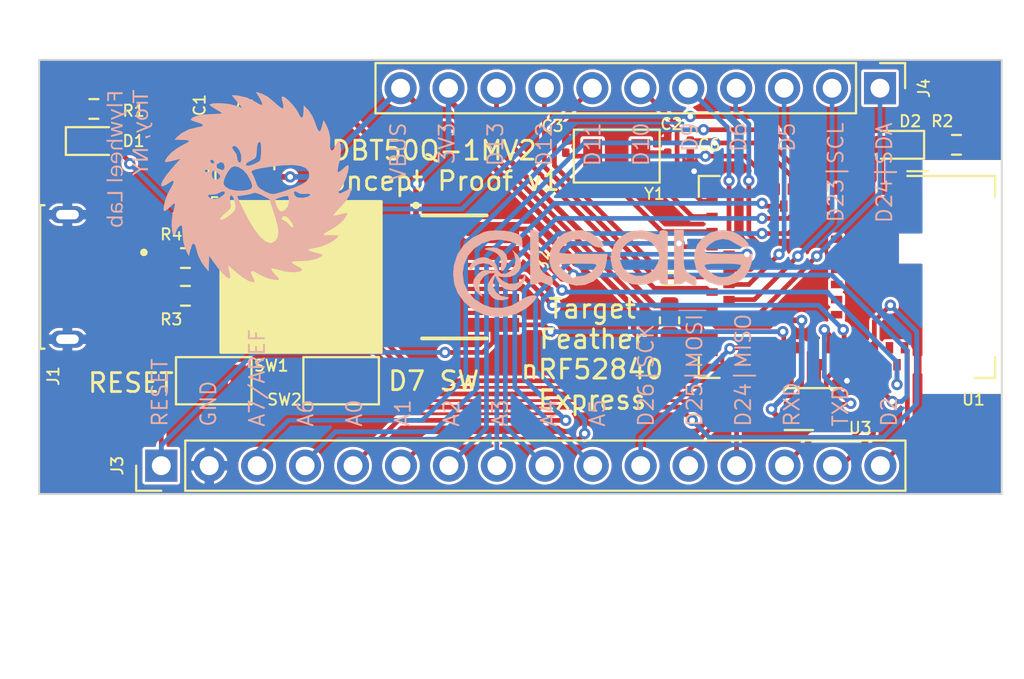
<source format=kicad_pcb>
(kicad_pcb (version 20221018) (generator pcbnew)
  (layers (0 "F.Cu" signal) (31 "B.Cu" signal) (34 "B.Paste" user) (35 "F.Paste" user) (36 "B.SilkS" user "B.Silkscreen") (37 "F.SilkS" user "F.Silkscreen") (38 "B.Mask" user) (39 "F.Mask" user) (44 "Edge.Cuts" user))
  (net 0 "")
  (net 1 "+3.3V")
  (net 2 "GND")
  (net 3 "Net-(U1-XL1{slash}P0.00)")
  (net 4 "Net-(U1-XL2{slash}P0.01)")
  (net 5 "VBUS")
  (net 6 "Net-(D1-K)")
  (net 7 "/D3|LED1")
  (net 8 "Net-(D2-K)")
  (net 9 "/D4|LED2")
  (net 10 "Net-(J1-D-)")
  (net 11 "Net-(J1-D+)")
  (net 13 "/RESET")
  (net 14 "/A7|AREF")
  (net 15 "/A6|VDIV")
  (net 16 "/A0")
  (net 17 "/A1")
  (net 18 "/A2")
  (net 19 "/A3")
  (net 20 "/A4")
  (net 21 "/A5")
  (net 22 "/D26|SCK")
  (net 23 "/D25|MOSI")
  (net 24 "/D24|MISO")
  (net 25 "/RXD")
  (net 26 "/TXD")
  (net 27 "/D2")
  (net 28 "/D22|SDA")
  (net 29 "/D23|SCL")
  (net 30 "/D5")
  (net 31 "/D6")
  (net 32 "/D9")
  (net 33 "/D10")
  (net 34 "/D11")
  (net 35 "/D12")
  (net 36 "/D13")
  (net 37 "Net-(U1-DCCH)")
  (net 38 "/USBD+")
  (net 39 "/USBD-")
  (net 40 "/D7|SWITCH")
  (net 45 "/D8|NEOPIX")
  (net 46 "/QSPI_DATA0")
  (net 47 "/QSPI_SCK")
  (net 48 "/QSPI_DATA3")
  (net 49 "/QSPI_CS")
  (net 50 "/QSPI_DATA2")
  (net 51 "/QSPI_DATA1")
  (net 52 "/SWO")
  (net 53 "/SWDIO")
  (net 55 "/SWCLK")
  (footprint "Resistor_SMD:R_0603_1608Metric" (layer "F.Cu") (at 92.9 79.6)
    (fp_text reference "R1")
    (fp_text value "1K")
  )
  (footprint "Connector_PinHeader_2.54mm:PinHeader_1x11_P2.54mm_Vertical" (layer "F.Cu") (at 134.55 78.5 -90)
    (fp_text reference "J4")
    (fp_text value "Conn_01x11")
  )
  (footprint "Package_TO_SOT_SMD:SOT-23-5" (layer "F.Cu") (at 100.9 82 90)
    (fp_text reference "U2")
    (fp_text value "AP2112K-3.3")
  )
  (footprint "Resistor_SMD:R_0603_1608Metric" (layer "F.Cu") (at 97.75 87.5)
    (fp_text reference "R4")
    (fp_text value "22R")
  )
  (footprint "Capacitor_SMD:C_0201_0603Metric" (layer "F.Cu") (at 123.3 81.6 90)
    (fp_text reference "C2")
    (fp_text value "22pF")
  )
  (footprint "Inductor_SMD:L_0603_1608Metric" (layer "F.Cu") (at 123.4 90.8 90)
    (fp_text reference "L1")
    (fp_text value "DNP")
  )
  (footprint "Capacitor_SMD:C_0201_0603Metric" (layer "F.Cu") (at 100.400001 84.5)
    (fp_text reference "C5")
    (fp_text value "10uF")
  )
  (footprint "Library:TL1017AABF260QG" (layer "F.Cu") (at 106 94 -90)
    (fp_text reference "SW2")
    (fp_text value "SW_Push")
  )
  (footprint "Library:SAMTEC_FTSH-105-01-L-DV-K" (layer "F.Cu") (at 112 88.5 -90)
    (fp_text reference "J2")
    (fp_text value "FTSH-105-01-L-DV-K\n")
  )
  (footprint "Library:AMPHENOL_10118193-0001LF" (layer "F.Cu") (at 91.5 88.5 -90)
    (fp_text reference "J1")
    (fp_text value "USB_B_Micro")
  )
  (footprint "Library:TL1017AABF260QG" (layer "F.Cu") (at 99.25 94 90)
    (fp_text reference "SW1")
    (fp_text value "SW_Push")
  )
  (footprint "Package_SON:SON-8-1EP_3x2mm_P0.5mm_EP1.4x1.6mm" (layer "F.Cu") (at 131 95.5 180)
    (fp_text reference "U3")
    (fp_text value "GD25Q16ETIGR")
  )
  (footprint "RF_Module:Raytac_MDBT50Q" (layer "F.Cu") (at 132.8 88.5 -90)
    (fp_text reference "U1")
    (fp_text value "MDBT50Q-1MV2")
  )
  (footprint "Library:XTAL" (layer "F.Cu") (at 120.6 82.1 -90)
    (fp_text reference "Y1")
    (fp_text value "32.768")
  )
  (footprint "Resistor_SMD:R_0603_1608Metric" (layer "F.Cu") (at 97.75 89.5)
    (fp_text reference "R3")
    (fp_text value "22R")
  )
  (footprint "Connector_PinHeader_2.54mm:PinHeader_1x16_P2.54mm_Vertical" (layer "F.Cu") (at 96.47 98.5 90)
    (fp_text reference "J3")
    (fp_text value "Conn_01x16")
  )
  (footprint "Resistor_SMD:R_0603_1608Metric" (layer "F.Cu") (at 138.6 81.5)
    (fp_text reference "R2")
    (fp_text value "1K")
  )
  (footprint "Capacitor_SMD:C_0201_0603Metric" (layer "F.Cu") (at 99.6 79.5 180)
    (fp_text reference "C4")
    (fp_text value "0.1uF")
  )
  (footprint "LED_SMD:LED_0603_1608Metric" (layer "F.Cu") (at 92.9 81.3)
    (fp_text reference "D1")
    (fp_text value "RED")
  )
  (footprint "Capacitor_SMD:C_0201_0603Metric" (layer "F.Cu") (at 98.65 80.75 90)
    (fp_text reference "C1")
    (fp_text value "10uF")
  )
  (footprint "Capacitor_SMD:C_0201_0603Metric" (layer "F.Cu") (at 124.5 81.6 -90)
    (fp_text reference "C6")
    (fp_text value "0.1uF")
  )
  (footprint "Capacitor_SMD:C_0201_0603Metric" (layer "F.Cu") (at 117.9 81.6 90)
    (fp_text reference "C3")
    (fp_text value "22pF")
  )
  (footprint "LED_SMD:LED_0603_1608Metric" (layer "F.Cu") (at 135.4 81.5 180)
    (fp_text reference "D2")
    (fp_text value "BLUE")
  )
  (footprint "Library:Creare" (layer "B.Cu") (at 120 88.3)
    (fp_text reference "G***" hide)
    (fp_text value "LOGO" hide)
  )
  (footprint "Library:Flywheel_LOGO" (layer "B.Cu") (at 101.5 83.8 -135)
    (fp_text reference "G***")
    (fp_text value "LOGO" hide)
  )
  (gr_rect (start 99.625 84.5) (end 108.125 92.5) (stroke (width 0.15)) (fill solid) (layer "F.SilkS"))
  (gr_line (start 90 100) (end 90 77) (stroke (width 0.1)) (layer "Edge.Cuts"))
  (gr_line (start 141 77) (end 141 100) (stroke (width 0.1)) (layer "Edge.Cuts"))
  (gr_line (start 90 77) (end 141 77) (stroke (width 0.1)) (layer "Edge.Cuts"))
  (gr_line (start 141 100) (end 90 100) (stroke (width 0.1)) (layer "Edge.Cuts"))
  (gr_text "VBUS\n\n3V3\n\nD13\n\nD12\n\nD11\n\nD10\n\nD9\n\nD6\n\nD5\n\nD23|SCL\n\nD24|SDA" (at 135.25 80.25 90) (layer "B.SilkS") (effects (font (size 0.8 0.8) (thickness 0.1) bold) (justify right bottom)))
  (gr_text "Flywheel Lab\nTroy, NY" (at 95.9 78.6 90) (layer "B.SilkS") (effects (font (size 0.8 0.8) (thickness 0.125)) (justify left bottom mirror)))
  (gr_text "RESET\n\nGND\n\nA7/AREF\n\nA6\n\nA0\n\nA1\n\nA2\n\nA3\n\nA4\n\nA5\n\nD26|SCK\n\nD25|MOSI\n\nD24|MISO\n\nRXD\n\nTXD\n\nD2" (at 135.5 96.5 90) (layer "B.SilkS") (effects (font (size 0.8 0.8) (thickness 0.1)) (justify left bottom)))
  (gr_text "D7 SW" (at 108.4 94.6) (layer "F.SilkS") (effects (font (size 1 1)) (justify left bottom)))
  (gr_text "Target\nFeather\nnRF52840\nExpress" (at 119.3 95.6) (layer "F.SilkS") (effects (font (size 1 1)) (justify bottom)))
  (gr_text "MDBT50Q-1MV2\nConcept Proof v1" (at 104.25 84) (layer "F.SilkS") (effects (font (size 1 1)) (justify left bottom)))
  (gr_text "RESET" (at 92.5 94.7) (layer "F.SilkS") (effects (font (size 1 1)) (justify left bottom)))
  (segment (start 99.95 79.53) (end 99.95 80.8625) (width 0.3) (layer "F.Cu") (net 1))
  (segment (start 111.69 79.09) (end 122.6125 90.0125) (width 0.3) (layer "F.Cu") (net 1))
  (segment (start 122.6125 90.0125) (end 123.4 90.0125) (width 0.3) (layer "F.Cu") (net 1))
  (segment (start 99.98 79.5) (end 99.95 79.53) (width 0.3) (layer "F.Cu") (net 1))
  (segment (start 128.8 95.577297) (end 129.472703 96.25) (width 0.3) (layer "F.Cu") (net 1))
  (segment (start 125.65 90.9) (end 125.65 90.1) (width 0.3) (layer "F.Cu") (net 1))
  (segment (start 128.7 91.1) (end 129 90.8) (width 0.3) (layer "F.Cu") (net 1))
  (segment (start 99.7425 81.07) (end 99.95 80.8625) (width 0.3) (layer "F.Cu") (net 1))
  (segment (start 99.92 79.5) (end 105.9 79.5) (width 0.3) (layer "F.Cu") (net 1))
  (segment (start 123.4875 90.1) (end 123.4 90.0125) (width 0.3) (layer "F.Cu") (net 1))
  (segment (start 125.65 90.9) (end 125.85 91.1) (width 0.3) (layer "F.Cu") (net 1))
  (segment (start 109.965 83.565) (end 109.965 85.96) (width 0.3) (layer "F.Cu") (net 1))
  (segment (start 129.472703 96.25) (end 129.7125 96.25) (width 0.3) (layer "F.Cu") (net 1))
  (segment (start 111.69 78.5) (end 111.69 79.09) (width 0.3) (layer "F.Cu") (net 1))
  (segment (start 125.85 91.1) (end 128.7 91.1) (width 0.3) (layer "F.Cu") (net 1))
  (segment (start 105.9 79.5) (end 109.965 83.565) (width 0.3) (layer "F.Cu") (net 1))
  (segment (start 98.65 81.07) (end 99.7425 81.07) (width 0.3) (layer "F.Cu") (net 1))
  (segment (start 128.8 95.5) (end 128.8 95.577297) (width 0.3) (layer "F.Cu") (net 1))
  (segment (start 125.65 90.1) (end 123.4875 90.1) (width 0.3) (layer "F.Cu") (net 1))
  (segment (start 129 90.8) (end 130.4 90.8) (width 0.3) (layer "F.Cu") (net 1))
  (segment (start 99.95 79.53) (end 99.92 79.5) (width 0.3) (layer "F.Cu") (net 1))
  (via (at 109.965 83.565) (size 0.6) (drill 0.3) (layers "F.Cu" "B.Cu") (net 1))
  (via (at 130.4 90.8) (size 0.6) (drill 0.3) (layers "F.Cu" "B.Cu") (net 1))
  (via (at 128.8 95.5) (size 0.6) (drill 0.3) (layers "F.Cu" "B.Cu") (net 1))
  (segment (start 111.69 78.5) (end 111.69 81.84) (width 0.3) (layer "B.Cu") (net 1))
  (segment (start 111.69 81.84) (end 109.965 83.565) (width 0.3) (layer "B.Cu") (net 1))
  (segment (start 128.8 95.5) (end 130.4 93.9) (width 0.3) (layer "B.Cu") (net 1))
  (segment (start 130.4 93.9) (end 130.4 90.8) (width 0.3) (layer "B.Cu") (net 1))
  (segment (start 124.5 81.92) (end 124.5 82.7) (width 0.25) (layer "F.Cu") (net 2))
  (segment (start 132.8 94) (end 132.2875 94.5125) (width 0.25) (layer "F.Cu") (net 2))
  (segment (start 132.2875 94.5125) (end 132.2875 94.75) (width 0.25) (layer "F.Cu") (net 2))
  (segment (start 124.5 82.7) (end 124.7 82.9) (width 0.25) (layer "F.Cu") (net 2))
  (via (at 132.8 94) (size 0.6) (drill 0.3) (layers "F.Cu" "B.Cu") (net 2))
  (via (at 124.7 82.9) (size 0.6) (drill 0.3) (layers "F.Cu" "B.Cu") (net 2))
  (segment (start 121.875 82.575) (end 124.6 85.3) (width 0.25) (layer "F.Cu") (net 3))
  (segment (start 123.3 81.92) (end 122.055 81.92) (width 0.25) (layer "F.Cu") (net 3))
  (segment (start 124.6 85.3) (end 125.65 85.3) (width 0.25) (layer "F.Cu") (net 3))
  (segment (start 118.08 82.1) (end 117.9 81.92) (width 0.25) (layer "F.Cu") (net 4))
  (segment (start 119.325 82.425) (end 119.325 82.1) (width 0.25) (layer "F.Cu") (net 4))
  (segment (start 125.65 86.1) (end 123 86.1) (width 0.25) (layer "F.Cu") (net 4))
  (segment (start 123 86.1) (end 119.325 82.425) (width 0.25) (layer "F.Cu") (net 4))
  (segment (start 119.325 82.1) (end 118.08 82.1) (width 0.25) (layer "F.Cu") (net 4))
  (segment (start 94.175 87.2) (end 95.4 87.2) (width 0.3) (layer "F.Cu") (net 5))
  (segment (start 121.5 90.1) (end 121.5 91.4) (width 0.3) (layer "F.Cu") (net 5))
  (segment (start 111.8 80.4) (end 121.5 90.1) (width 0.3) (layer "F.Cu") (net 5))
  (segment (start 99.95 84.369999) (end 100.080001 84.5) (width 0.3) (layer "F.Cu") (net 5))
  (segment (start 101.85 82.35) (end 101.85 83.1375) (width 0.3) (layer "F.Cu") (net 5))
  (segment (start 100.3 82) (end 101.5 82) (width 0.3) (layer "F.Cu") (net 5))
  (segment (start 99.95 83.1375) (end 99.95 84.369999) (width 0.3) (layer "F.Cu") (net 5))
  (segment (start 95.4 87.2) (end 99.4625 83.1375) (width 0.3) (layer "F.Cu") (net 5))
  (segment (start 99.95 83.1375) (end 99.95 82.35) (width 0.3) (layer "F.Cu") (net 5))
  (segment (start 121.5 91.4) (end 122.6 92.5) (width 0.3) (layer "F.Cu") (net 5))
  (segment (start 111.05 80.4) (end 111.8 80.4) (width 0.3) (layer "F.Cu") (net 5))
  (segment (start 99.95 82.35) (end 100.3 82) (width 0.3) (layer "F.Cu") (net 5))
  (segment (start 122.6 92.5) (end 125.65 92.5) (width 0.3) (layer "F.Cu") (net 5))
  (segment (start 103.3 83.2) (end 101.9125 83.2) (width 0.3) (layer "F.Cu") (net 5))
  (segment (start 101.9125 83.2) (end 101.85 83.1375) (width 0.3) (layer "F.Cu") (net 5))
  (segment (start 99.4625 83.1375) (end 99.95 83.1375) (width 0.3) (layer "F.Cu") (net 5))
  (segment (start 109.15 78.5) (end 111.05 80.4) (width 0.3) (layer "F.Cu") (net 5))
  (segment (start 101.5 82) (end 101.85 82.35) (width 0.3) (layer "F.Cu") (net 5))
  (via (at 103.3 83.2) (size 0.6) (drill 0.3) (layers "F.Cu" "B.Cu") (net 5))
  (segment (start 109.15 78.5) (end 104.45 83.2) (width 0.3) (layer "B.Cu") (net 5))
  (segment (start 104.45 83.2) (end 103.3 83.2) (width 0.3) (layer "B.Cu") (net 5))
  (segment (start 92.1125 79.6375) (end 92.075 79.6) (width 0.25) (layer "F.Cu") (net 6))
  (segment (start 92.1125 81.3) (end 92.1125 79.6375) (width 0.25) (layer "F.Cu") (net 6))
  (segment (start 128.3 80) (end 124.5 80) (width 0.25) (layer "F.Cu") (net 7))
  (segment (start 131.45 83.15) (end 128.5 80.2) (width 0.25) (layer "F.Cu") (net 7))
  (segment (start 94.8 82.5) (end 94.8 82.4125) (width 0.25) (layer "F.Cu") (net 7))
  (segment (start 94.8 82.4125) (end 93.6875 81.3) (width 0.25) (layer "F.Cu") (net 7))
  (segment (start 131.45 83.85) (end 131.45 83.15) (width 0.25) (layer "F.Cu") (net 7))
  (segment (start 128.5 80.2) (end 128.3 80) (width 0.25) (layer "F.Cu") (net 7))
  (via (at 124.5 80) (size 0.6) (drill 0.3) (layers "F.Cu" "B.Cu") (net 7))
  (via (at 94.8 82.5) (size 0.6) (drill 0.3) (layers "F.Cu" "B.Cu") (net 7))
  (segment (start 124.5 80) (end 117.3 80) (width 0.25) (layer "B.Cu") (net 7))
  (segment (start 112.4 84.9) (end 97.2 84.9) (width 0.25) (layer "B.Cu") (net 7))
  (segment (start 117.3 80) (end 112.4 84.9) (width 0.25) (layer "B.Cu") (net 7))
  (segment (start 97.2 84.9) (end 94.8 82.5) (width 0.25) (layer "B.Cu") (net 7))
  (segment (start 136.1875 81.5) (end 137.775 81.5) (width 0.25) (layer "F.Cu") (net 8))
  (segment (start 134.65 81.5375) (end 134.6125 81.5) (width 0.25) (layer "F.Cu") (net 9))
  (segment (start 134.65 83.85) (end 134.65 81.5375) (width 0.25) (layer "F.Cu") (net 9))
  (segment (start 94.175 87.85) (end 96.575 87.85) (width 0.25) (layer "F.Cu") (net 10))
  (segment (start 96.575 87.85) (end 96.925 87.5) (width 0.25) (layer "F.Cu") (net 10))
  (segment (start 94.175 88.5) (end 95.925 88.5) (width 0.25) (layer "F.Cu") (net 11))
  (segment (start 95.925 88.5) (end 96.925 89.5) (width 0.25) (layer "F.Cu") (net 11))
  (segment (start 97.95 94.55) (end 96.47 96.03) (width 0.25) (layer "F.Cu") (net 13))
  (segment (start 116.74 91.04) (end 114.035 91.04) (width 0.25) (layer "F.Cu") (net 13))
  (segment (start 96.47 96.03) (end 96.47 98.5) (width 0.25) (layer "F.Cu") (net 13))
  (segment (start 129.45 92.25) (end 129.45 91.45) (width 0.25) (layer "F.Cu") (net 13))
  (segment (start 113.5 92.5) (end 111.5 92.5) (width 0.25) (layer "F.Cu") (net 13))
  (segment (start 129.45 91.45) (end 129.4 91.4) (width 0.25) (layer "F.Cu") (net 13))
  (segment (start 114.035 91.04) (end 114.035 91.965) (width 0.25) (layer "F.Cu") (net 13))
  (segment (start 97.95 94) (end 97.95 94.55) (width 0.25) (layer "F.Cu") (net 13))
  (segment (start 114.035 91.965) (end 113.5 92.5) (width 0.25) (layer "F.Cu") (net 13))
  (segment (start 117.1 91.4) (end 116.74 91.04) (width 0.25) (layer "F.Cu") (net 13))
  (via (at 117.1 91.4) (size 0.6) (drill 0.3) (layers "F.Cu" "B.Cu") (net 13))
  (via (at 129.4 91.4) (size 0.6) (drill 0.3) (layers "F.Cu" "B.Cu") (net 13))
  (via (at 111.5 92.5) (size 0.6) (drill 0.3) (layers "F.Cu" "B.Cu") (net 13))
  (segment (start 96.47 97.43) (end 96.47 98.5) (width 0.25) (layer "B.Cu") (net 13))
  (segment (start 111.5 92.5) (end 101.4 92.5) (width 0.25) (layer "B.Cu") (net 13))
  (segment (start 117.1 91.4) (end 129.4 91.4) (width 0.25) (layer "B.Cu") (net 13))
  (segment (start 101.4 92.5) (end 96.47 97.43) (width 0.25) (layer "B.Cu") (net 13))
  (segment (start 125.68 81.28) (end 124.5 81.28) (width 0.25) (layer "F.Cu") (net 14))
  (segment (start 128.1 81.4) (end 129.85 83.15) (width 0.25) (layer "F.Cu") (net 14))
  (segment (start 129.85 83.15) (end 129.85 83.85) (width 0.25) (layer "F.Cu") (net 14))
  (segment (start 125.8 81.4) (end 128.1 81.4) (width 0.25) (layer "F.Cu") (net 14))
  (segment (start 125.8 81.4) (end 125.68 81.28) (width 0.25) (layer "F.Cu") (net 14))
  (via (at 125.8 81.4) (size 0.6) (drill 0.3) (layers "F.Cu" "B.Cu") (net 14))
  (segment (start 113.2 87.1) (end 113.2 94.4) (width 0.25) (layer "B.Cu") (net 14))
  (segment (start 105.7 96.7) (end 104.09 98.31) (width 0.25) (layer "B.Cu") (net 14))
  (segment (start 104.09 98.31) (end 104.09 98.5) (width 0.25) (layer "B.Cu") (net 14))
  (segment (start 118.9 81.4) (end 113.2 87.1) (width 0.25) (layer "B.Cu") (net 14))
  (segment (start 110.9 96.7) (end 105.7 96.7) (width 0.25) (layer "B.Cu") (net 14))
  (segment (start 125.8 81.4) (end 118.9 81.4) (width 0.25) (layer "B.Cu") (net 14))
  (segment (start 113.2 94.4) (end 110.9 96.7) (width 0.25) (layer "B.Cu") (net 14))
  (segment (start 125.2 80.7) (end 128.05 80.7) (width 0.25) (layer "F.Cu") (net 15))
  (segment (start 128.05 80.7) (end 130.65 83.3) (width 0.25) (layer "F.Cu") (net 15))
  (segment (start 130.65 83.3) (end 130.65 83.85) (width 0.25) (layer "F.Cu") (net 15))
  (via (at 125.2 80.7) (size 0.6) (drill 0.3) (layers "F.Cu" "B.Cu") (net 15))
  (segment (start 118.6 80.7) (end 112.6 86.7) (width 0.25) (layer "B.Cu") (net 15))
  (segment (start 112.6 93.8) (end 110.3 96.1) (width 0.25) (layer "B.Cu") (net 15))
  (segment (start 103.2 96.1) (end 101.55 97.75) (width 0.25) (layer "B.Cu") (net 15))
  (segment (start 101.55 97.75) (end 101.55 98.5) (width 0.25) (layer "B.Cu") (net 15))
  (segment (start 125.2 80.7) (end 118.6 80.7) (width 0.25) (layer "B.Cu") (net 15))
  (segment (start 110.3 96.1) (end 103.2 96.1) (width 0.25) (layer "B.Cu") (net 15))
  (segment (start 112.6 86.7) (end 112.6 93.8) (width 0.25) (layer "B.Cu") (net 15))
  (segment (start 125.65 86.9) (end 124.0755 86.9) (width 0.25) (layer "F.Cu") (net 16))
  (segment (start 124.0755 86.9) (end 123.9 86.7245) (width 0.25) (layer "F.Cu") (net 16))
  (segment (start 117.9 96.1) (end 109.03 96.1) (width 0.25) (layer "F.Cu") (net 16))
  (segment (start 109.03 96.1) (end 106.63 98.5) (width 0.25) (layer "F.Cu") (net 16))
  (via (at 117.9 96.1) (size 0.6) (drill 0.3) (layers "F.Cu" "B.Cu") (net 16))
  (via (at 123.9 86.7245) (size 0.6) (drill 0.3) (layers "F.Cu" "B.Cu") (net 16))
  (segment (start 118.1755 86.7245) (end 123.9 86.7245) (width 0.25) (layer "B.Cu") (net 16))
  (segment (start 117.9 96.1) (end 115.7 93.9) (width 0.25) (layer "B.Cu") (net 16))
  (segment (start 115.7 93.9) (end 115.7 89.2) (width 0.25) (layer "B.Cu") (net 16))
  (segment (start 115.7 89.2) (end 118.1755 86.7245) (width 0.25) (layer "B.Cu") (net 16))
  (segment (start 118.9 96.8) (end 118.6 97.1) (width 0.25) (layer "F.Cu") (net 17))
  (segment (start 126.55 87.3) (end 127.5 87.3) (width 0.25) (layer "F.Cu") (net 17))
  (segment (start 118.6 97.1) (end 110.57 97.1) (width 0.25) (layer "F.Cu") (net 17))
  (segment (start 110.57 97.1) (end 109.17 98.5) (width 0.25) (layer "F.Cu") (net 17))
  (via (at 118.9 96.8) (size 0.6) (drill 0.3) (layers "F.Cu" "B.Cu") (net 17))
  (via (at 127.5 87.3) (size 0.6) (drill 0.3) (layers "F.Cu" "B.Cu") (net 17))
  (segment (start 118.9 96.8) (end 118.9 96.057537) (width 0.25) (layer "B.Cu") (net 17))
  (segment (start 118.5 87.3) (end 127.5 87.3) (width 0.25) (layer "B.Cu") (net 17))
  (segment (start 116.3 89.5) (end 118.5 87.3) (width 0.25) (layer "B.Cu") (net 17))
  (segment (start 118.9 96.057537) (end 116.3 93.457537) (width 0.25) (layer "B.Cu") (net 17))
  (segment (start 116.3 93.457537) (end 116.3 89.5) (width 0.25) (layer "B.Cu") (net 17))
  (segment (start 129.05 83.75) (end 129.05 83.85) (width 0.25) (layer "F.Cu") (net 18))
  (segment (start 125.3 82.1) (end 127.4 82.1) (width 0.25) (layer "F.Cu") (net 18))
  (segment (start 127.4 82.1) (end 129.05 83.75) (width 0.25) (layer "F.Cu") (net 18))
  (via (at 125.3 82.1) (size 0.6) (drill 0.3) (layers "F.Cu" "B.Cu") (net 18))
  (segment (start 119 82.1) (end 113.7 87.4) (width 0.25) (layer "B.Cu") (net 18))
  (segment (start 113.7 87.4) (end 113.7 96.51) (width 0.25) (layer "B.Cu") (net 18))
  (segment (start 125.3 82.1) (end 119 82.1) (width 0.25) (layer "B.Cu") (net 18))
  (segment (start 113.7 96.51) (end 111.71 98.5) (width 0.25) (layer "B.Cu") (net 18))
  (segment (start 128.45 84.75) (end 128.3 84.6) (width 0.25) (layer "F.Cu") (net 19))
  (segment (start 129.45 84.75) (end 128.45 84.75) (width 0.25) (layer "F.Cu") (net 19))
  (via (at 128.3 84.6) (size 0.6) (drill 0.3) (layers "F.Cu" "B.Cu") (net 19))
  (segment (start 117.305026 84.6) (end 114.25 87.655026) (width 0.25) (layer "B.Cu") (net 19))
  (segment (start 128.3 84.6) (end 117.305026 84.6) (width 0.25) (layer "B.Cu") (net 19))
  (segment (start 114.25 87.655026) (end 114.25 98.5) (width 0.25) (layer "B.Cu") (net 19))
  (segment (start 130.25 84.85) (end 129.7 85.4) (width 0.25) (layer "F.Cu") (net 20))
  (segment (start 129.7 85.4) (end 128.3 85.4) (width 0.25) (layer "F.Cu") (net 20))
  (segment (start 130.25 84.75) (end 130.25 84.85) (width 0.25) (layer "F.Cu") (net 20))
  (via (at 128.3 85.4) (size 0.6) (drill 0.3) (layers "F.Cu" "B.Cu") (net 20))
  (segment (start 117.4 85.4) (end 114.7 88.1) (width 0.25) (layer "B.Cu") (net 20))
  (segment (start 114.7 88.1) (end 114.7 96.41) (width 0.25) (layer "B.Cu") (net 20))
  (segment (start 128.3 85.4) (end 117.4 85.4) (width 0.25) (layer "B.Cu") (net 20))
  (segment (start 114.7 96.41) (end 116.79 98.5) (width 0.25) (layer "B.Cu") (net 20))
  (segment (start 129.7 86.2) (end 128.3 86.2) (width 0.25) (layer "F.Cu") (net 21))
  (segment (start 131.05 84.75) (end 131.05 84.85) (width 0.25) (layer "F.Cu") (net 21))
  (segment (start 131.05 84.85) (end 129.7 86.2) (width 0.25) (layer "F.Cu") (net 21))
  (via (at 128.3 86.2) (size 0.6) (drill 0.3) (layers "F.Cu" "B.Cu") (net 21))
  (segment (start 117.5 86.2) (end 115.2 88.5) (width 0.25) (layer "B.Cu") (net 21))
  (segment (start 115.2 88.5) (end 115.2 94.37) (width 0.25) (layer "B.Cu") (net 21))
  (segment (start 128.3 86.2) (end 117.5 86.2) (width 0.25) (layer "B.Cu") (net 21))
  (segment (start 115.2 94.37) (end 119.33 98.5) (width 0.25) (layer "B.Cu") (net 21))
  (segment (start 126.6 92.3) (end 126.65 92.25) (width 0.25) (layer "F.Cu") (net 22))
  (segment (start 126.65 92.25) (end 127.85 92.25) (width 0.25) (layer "F.Cu") (net 22))
  (via (at 126.6 92.3) (size 0.6) (drill 0.3) (layers "F.Cu" "B.Cu") (net 22))
  (segment (start 121.87 97.03) (end 121.87 98.5) (width 0.25) (layer "B.Cu") (net 22))
  (segment (start 126.6 92.3) (end 121.87 97.03) (width 0.25) (layer "B.Cu") (net 22))
  (segment (start 128.25 93.15) (end 128.25 93.85) (width 0.25) (layer "F.Cu") (net 23))
  (segment (start 124.41 97.69) (end 124.41 98.5) (width 0.25) (layer "F.Cu") (net 23))
  (segment (start 128.25 93.85) (end 124.41 97.69) (width 0.25) (layer "F.Cu") (net 23))
  (segment (start 129.05 94.05) (end 126.95 96.15) (width 0.25) (layer "F.Cu") (net 24))
  (segment (start 129.05 93.15) (end 129.05 94.05) (width 0.25) (layer "F.Cu") (net 24))
  (segment (start 126.95 96.15) (end 126.95 98.5) (width 0.25) (layer "F.Cu") (net 24))
  (segment (start 133.05 93.15) (end 133.725 93.825) (width 0.25) (layer "F.Cu") (net 25))
  (segment (start 130.99 97) (end 129.49 98.5) (width 0.25) (layer "F.Cu") (net 25))
  (segment (start 133.725 96.375) (end 133.1 97) (width 0.25) (layer "F.Cu") (net 25))
  (segment (start 133.1 97) (end 130.99 97) (width 0.25) (layer "F.Cu") (net 25))
  (segment (start 133.725 93.825) (end 133.725 96.375) (width 0.25) (layer "F.Cu") (net 25))
  (segment (start 134.2 96.8) (end 132.5 98.5) (width 0.25) (layer "F.Cu") (net 26))
  (segment (start 132.5 98.5) (end 132.03 98.5) (width 0.25) (layer "F.Cu") (net 26))
  (segment (start 134.2 93.1) (end 134.2 96.8) (width 0.25) (layer "F.Cu") (net 26))
  (segment (start 133.45 92.25) (end 133.45 92.35) (width 0.25) (layer "F.Cu") (net 26))
  (segment (start 133.45 92.35) (end 134.2 93.1) (width 0.25) (layer "F.Cu") (net 26))
  (segment (start 136 97.07) (end 134.57 98.5) (width 0.25) (layer "F.Cu") (net 27))
  (segment (start 136 92.4) (end 136 97.07) (width 0.25) (layer "F.Cu") (net 27))
  (segment (start 135.85 92.25) (end 136 92.4) (width 0.25) (layer "F.Cu") (net 27))
  (segment (start 128.1 90.5) (end 131.2 87.4) (width 0.25) (layer "F.Cu") (net 28))
  (segment (start 126.55 90.5) (end 128.1 90.5) (width 0.25) (layer "F.Cu") (net 28))
  (via (at 131.2 87.4) (size 0.6) (drill 0.3) (layers "F.Cu" "B.Cu") (net 28))
  (segment (start 131.2 87.4) (end 134.55 84.05) (width 0.25) (layer "B.Cu") (net 28))
  (segment (start 134.55 84.05) (end 134.55 78.5) (width 0.25) (layer "B.Cu") (net 28))
  (segment (start 126.55 89.7) (end 127.9 89.7) (width 0.25) (layer "F.Cu") (net 29))
  (segment (start 127.9 89.7) (end 130.2 87.4) (width 0.25) (layer "F.Cu") (net 29))
  (via (at 130.2 87.4) (size 0.6) (drill 0.3) (layers "F.Cu" "B.Cu") (net 29))
  (segment (start 130.2 87.4) (end 132.01 85.59) (width 0.25) (layer "B.Cu") (net 29))
  (segment (start 132.01 85.59) (end 132.01 78.5) (width 0.25) (layer "B.Cu") (net 29))
  (segment (start 126.55 88.9) (end 127.6 88.9) (width 0.25) (layer "F.Cu") (net 30))
  (segment (start 127.6 88.9) (end 129.2 87.3) (width 0.25) (layer "F.Cu") (net 30))
  (via (at 129.2 87.3) (size 0.6) (drill 0.3) (layers "F.Cu" "B.Cu") (net 30))
  (segment (start 129.2 87.3) (end 129.47 87.03) (width 0.25) (layer "B.Cu") (net 30))
  (segment (start 129.47 87.03) (end 129.47 78.5) (width 0.25) (layer "B.Cu") (net 30))
  (segment (start 128.2 86.842463) (end 127.6 86.242463) (width 0.25) (layer "F.Cu") (net 31))
  (segment (start 127.7 88.1) (end 128.2 87.6) (width 0.25) (layer "F.Cu") (net 31))
  (segment (start 126.55 88.1) (end 127.7 88.1) (width 0.25) (layer "F.Cu") (net 31))
  (segment (start 127.6 86.242463) (end 127.6 83.4) (width 0.25) (layer "F.Cu") (net 31))
  (segment (start 128.2 87.6) (end 128.2 86.842463) (width 0.25) (layer "F.Cu") (net 31))
  (via (at 127.6 83.4) (size 0.6) (drill 0.3) (layers "F.Cu" "B.Cu") (net 31))
  (segment (start 126.9 78.53) (end 126.93 78.5) (width 0.25) (layer "B.Cu") (net 31))
  (segment (start 126.9 79.7) (end 126.9 78.53) (width 0.25) (layer "B.Cu") (net 31))
  (segment (start 127.6 80.4) (end 126.9 79.7) (width 0.25) (layer "B.Cu") (net 31))
  (segment (start 127.6 83.4) (end 127.6 80.4) (width 0.25) (layer "B.Cu") (net 31))
  (segment (start 126.55 83.4) (end 126.55 86.5) (width 0.25) (layer "F.Cu") (net 32))
  (via (at 126.55 83.4) (size 0.6) (drill 0.3) (layers "F.Cu" "B.Cu") (net 32))
  (segment (start 126.55 83.4) (end 126.55 80.66) (width 0.25) (layer "B.Cu") (net 32))
  (segment (start 126.55 80.66) (end 124.39 78.5) (width 0.25) (layer "B.Cu") (net 32))
  (segment (start 123.8 80.45) (end 121.85 78.5) (width 0.25) (layer "F.Cu") (net 33))
  (segment (start 125.1 84.5) (end 123.8 83.2) (width 0.25) (layer "F.Cu") (net 33))
  (segment (start 123.8 83.2) (end 123.8 80.45) (width 0.25) (layer "F.Cu") (net 33))
  (segment (start 125.65 84.5) (end 125.1 84.5) (width 0.25) (layer "F.Cu") (net 33))
  (segment (start 122.4 87.7) (end 117.3 82.6) (width 0.25) (layer "F.Cu") (net 34))
  (segment (start 125.65 87.7) (end 122.4 87.7) (width 0.25) (layer "F.Cu") (net 34))
  (segment (start 117.3 82.6) (end 117.3 80.51) (width 0.25) (layer "F.Cu") (net 34))
  (segment (start 117.3 80.51) (end 119.31 78.5) (width 0.25) (layer "F.Cu") (net 34))
  (segment (start 122.6 88.5) (end 116.77 82.67) (width 0.25) (layer "F.Cu") (net 35))
  (segment (start 116.77 82.67) (end 116.77 78.5) (width 0.25) (layer "F.Cu") (net 35))
  (segment (start 125.65 88.5) (end 122.6 88.5) (width 0.25) (layer "F.Cu") (net 35))
  (segment (start 125.55 89.3) (end 125.35 89.1) (width 0.25) (layer "F.Cu") (net 36))
  (segment (start 114.23 80.73) (end 114.23 78.5) (width 0.25) (layer "F.Cu") (net 36))
  (segment (start 125.35 89.1) (end 122.6 89.1) (width 0.25) (layer "F.Cu") (net 36))
  (segment (start 125.65 89.3) (end 125.55 89.3) (width 0.25) (layer "F.Cu") (net 36))
  (segment (start 122.6 89.1) (end 114.23 80.73) (width 0.25) (layer "F.Cu") (net 36))
  (segment (start 125.55 91.6) (end 123.4125 91.6) (width 0.25) (layer "F.Cu") (net 37))
  (segment (start 125.65 91.7) (end 125.55 91.6) (width 0.25) (layer "F.Cu") (net 37))
  (segment (start 123.4125 91.6) (end 123.4 91.5875) (width 0.25) (layer "F.Cu") (net 37))
  (segment (start 127.45 93.15) (end 127.45 93.7) (width 0.25) (layer "F.Cu") (net 38))
  (segment (start 126.45 94.7) (end 110 94.7) (width 0.25) (layer "F.Cu") (net 38))
  (segment (start 104.8 89.5) (end 98.575 89.5) (width 0.25) (layer "F.Cu") (net 38))
  (segment (start 110 94.7) (end 104.8 89.5) (width 0.25) (layer "F.Cu") (net 38))
  (segment (start 127.45 93.7) (end 126.45 94.7) (width 0.25) (layer "F.Cu") (net 38))
  (segment (start 126.65 93.65) (end 126.3 94) (width 0.25) (layer "F.Cu") (net 39))
  (segment (start 103.9 87.5) (end 98.575 87.5) (width 0.25) (layer "F.Cu") (net 39))
  (segment (start 126.65 93.15) (end 126.65 93.65) (width 0.25) (layer "F.Cu") (net 39))
  (segment (start 110.4 94) (end 103.9 87.5) (width 0.25) (layer "F.Cu") (net 39))
  (segment (start 126.3 94) (end 110.4 94) (width 0.25) (layer "F.Cu") (net 39))
  (segment (start 107.3 94.4) (end 107.3 94) (width 0.25) (layer "F.Cu") (net 40))
  (segment (start 108.3 95.4) (end 107.3 94.4) (width 0.25) (layer "F.Cu") (net 40))
  (segment (start 124.6 96.1) (end 123.9 95.4) (width 0.25) (layer "F.Cu") (net 40))
  (segment (start 134.25 90.85) (end 134.25 92.25) (width 0.25) (layer "F.Cu") (net 40))
  (segment (start 135.1 90) (end 134.25 90.85) (width 0.25) (layer "F.Cu") (net 40))
  (segment (start 123.9 95.4) (end 108.3 95.4) (width 0.25) (layer "F.Cu") (net 40))
  (via (at 135.1 90) (size 0.6) (drill 0.3) (layers "F.Cu" "B.Cu") (net 40))
  (via (at 124.6 96.1) (size 0.6) (drill 0.3) (layers "F.Cu" "B.Cu") (net 40))
  (segment (start 134.725 97) (end 125.5 97) (width 0.25) (layer "B.Cu") (net 40))
  (segment (start 135.1 90) (end 136.5 91.4) (width 0.25) (layer "B.Cu") (net 40))
  (segment (start 136.5 95.225) (end 134.725 97) (width 0.25) (layer "B.Cu") (net 40))
  (segment (start 125.5 97) (end 124.6 96.1) (width 0.25) (layer "B.Cu") (net 40))
  (segment (start 136.5 91.4) (end 136.5 95.225) (width 0.25) (layer "B.Cu") (net 40))
  (segment (start 129.85 94.6125) (end 129.7125 94.75) (width 0.25) (layer "F.Cu") (net 46))
  (segment (start 129.85 93.15) (end 129.85 94.6125) (width 0.25) (layer "F.Cu") (net 46))
  (segment (start 130.05 95.25) (end 129.7125 95.25) (width 0.25) (layer "F.Cu") (net 47))
  (segment (start 130.4 94.9) (end 130.05 95.25) (width 0.25) (layer "F.Cu") (net 47))
  (segment (start 130.4 92.4) (end 130.4 94.9) (width 0.25) (layer "F.Cu") (net 47))
  (segment (start 130.25 92.25) (end 130.4 92.4) (width 0.25) (layer "F.Cu") (net 47))
  (segment (start 130.3 95.8) (end 129.7625 95.8) (width 0.25) (layer "F.Cu") (net 48))
  (segment (start 130.8 95.3) (end 130.3 95.8) (width 0.25) (layer "F.Cu") (net 48))
  (segment (start 131.05 92.25) (end 130.8 92.5) (width 0.25) (layer "F.Cu") (net 48))
  (segment (start 130.8 92.5) (end 130.8 95.3) (width 0.25) (layer "F.Cu") (net 48))
  (segment (start 129.7625 95.8) (end 129.7125 95.75) (width 0.25) (layer "F.Cu") (net 48))
  (segment (start 131.65 96.25) (end 132.2875 96.25) (width 0.25) (layer "F.Cu") (net 49))
  (segment (start 131.3 95.9) (end 131.65 96.25) (width 0.25) (layer "F.Cu") (net 49))
  (segment (start 131.45 93.15) (end 131.3 93.3) (width 0.25) (layer "F.Cu") (net 49))
  (segment (start 131.3 93.3) (end 131.3 95.9) (width 0.25) (layer "F.Cu") (net 49))
  (segment (start 131.85 92.25) (end 131.85 91.55) (width 0.25) (layer "F.Cu") (net 50))
  (segment (start 132.95 95.25) (end 132.2875 95.25) (width 0.25) (layer "F.Cu") (net 50))
  (segment (start 131.85 91.55) (end 131.6 91.3) (width 0.25) (layer "F.Cu") (net 50))
  (segment (start 133 95.2) (end 132.95 95.25) (width 0.25) (layer "F.Cu") (net 50))
  (via (at 133 95.2) (size 0.6) (drill 0.3) (layers "F.Cu" "B.Cu") (net 50))
  (via (at 131.6 91.3) (size 0.6) (drill 0.3) (layers "F.Cu" "B.Cu") (net 50))
  (segment (start 131.6 93.8) (end 131.6 91.3) (width 0.25) (layer "B.Cu") (net 50))
  (segment (start 133 95.2) (end 131.6 93.8) (width 0.25) (layer "B.Cu") (net 50))
  (segment (start 131.7 95.5) (end 131.95 95.75) (width 0.25) (layer "F.Cu") (net 51))
  (segment (start 131.7 93.9) (end 131.7 95.5) (width 0.25) (layer "F.Cu") (net 51))
  (segment (start 132.25 93.35) (end 131.7 93.9) (width 0.25) (layer "F.Cu") (net 51))
  (segment (start 131.95 95.75) (end 132.2875 95.75) (width 0.25) (layer "F.Cu") (net 51))
  (segment (start 132.25 93.15) (end 132.25 93.35) (width 0.25) (layer "F.Cu") (net 51))
  (segment (start 132.65 91.35) (end 132.65 92.25) (width 0.25) (layer "F.Cu") (net 52))
  (segment (start 132.6 91.3) (end 132.65 91.35) (width 0.25) (layer "F.Cu") (net 52))
  (segment (start 117.2 90) (end 115.7 88.5) (width 0.25) (layer "F.Cu") (net 52))
  (segment (start 115.7 88.5) (end 114.035 88.5) (width 0.25) (layer "F.Cu") (net 52))
  (via (at 132.6 91.3) (size 0.6) (drill 0.3) (layers "F.Cu" "B.Cu") (net 52))
  (via (at 117.2 90) (size 0.6) (drill 0.3) (layers "F.Cu" "B.Cu") (net 52))
  (segment (start 117.2 90) (end 131.3 90) (width 0.25) (layer "B.Cu") (net 52))
  (segment (start 131.3 90) (end 132.6 91.3) (width 0.25) (layer "B.Cu") (net 52))
  (segment (start 134.7 94.6) (end 134.7 93.2) (width 0.25) (layer "F.Cu") (net 53))
  (segment (start 118.3 88.4) (end 118.3 88.3) (width 0.25) (layer "F.Cu") (net 53))
  (segment (start 115.96 85.96) (end 114.035 85.96) (width 0.25) (layer "F.Cu") (net 53))
  (segment (start 118.3 88.3) (end 115.96 85.96) (width 0.25) (layer "F.Cu") (net 53))
  (segment (start 134.7 93.2) (end 134.65 93.15) (width 0.25) (layer "F.Cu") (net 53))
  (segment (start 135.2 95.1) (end 134.7 94.6) (width 0.25) (layer "F.Cu") (net 53))
  (via (at 118.3 88.4) (size 0.6) (drill 0.3) (layers "F.Cu" "B.Cu") (net 53))
  (via (at 135.2 95.1) (size 0.6) (drill 0.3) (layers "F.Cu" "B.Cu") (net 53))
  (segment (start 135.975 94.825) (end 135.7 95.1) (width 0.25) (layer "B.Cu") (net 53))
  (segment (start 132 88.4) (end 135.975 92.375) (width 0.25) (layer "B.Cu") (net 53))
  (segment (start 135.975 92.375) (end 135.975 94.825) (width 0.25) (layer "B.Cu") (net 53))
  (segment (start 135.7 95.1) (end 135.2 95.1) (width 0.25) (layer "B.Cu") (net 53))
  (segment (start 118.3 88.4) (end 132 88.4) (width 0.25) (layer "B.Cu") (net 53))
  (segment (start 115.73 87.23) (end 114.035 87.23) (width 0.25) (layer "F.Cu") (net 55))
  (segment (start 117.7 89.2) (end 115.73 87.23) (width 0.25) (layer "F.Cu") (net 55))
  (segment (start 135.45 94.2) (end 135.45 93.15) (width 0.25) (layer "F.Cu") (net 55))
  (via (at 135.45 94.2) (size 0.6) (drill 0.3) (layers "F.Cu" "B.Cu") (net 55))
  (via (at 117.7 89.2) (size 0.6) (drill 0.3) (layers "F.Cu" "B.Cu") (net 55))
  (segment (start 131.742463 89.3) (end 135.45 93.007537) (width 0.25) (layer "B.Cu") (net 55))
  (segment (start 117.7 89.2) (end 117.8 89.3) (width 0.25) (layer "B.Cu") (net 55))
  (segment (start 135.45 93.007537) (end 135.45 94.2) (width 0.25) (layer "B.Cu") (net 55))
  (segment (start 117.8 89.3) (end 131.742463 89.3) (width 0.25) (layer "B.Cu") (net 55))
  (zone (net 0) (net_name "") (layers "F&B.Cu") (connect_pads (clearance 0)) (min_thickness 0.25)
    (keepout (tracks not_allowed) (vias not_allowed) (pads not_allowed) (copperpour not_allowed) (footprints allowed))
    (fill (thermal_gap 0.5) (thermal_bridge_width 0.5))
    (polygon (pts (xy 135.55 86.2) (xy 135.55 87.8) (xy 136.85 87.8) (xy 136.85 86.2)))
  )
  (zone (net 0) (net_name "") (layers "F&B.Cu") (connect_pads (clearance 0)) (min_thickness 0.25)
    (keepout (tracks not_allowed) (vias not_allowed) (pads not_allowed) (copperpour not_allowed) (footprints allowed))
    (fill (thermal_gap 0.5) (thermal_bridge_width 0.5))
    (polygon (pts (xy 136.8 82.3) (xy 136.8 94.7) (xy 141.450001 94.7) (xy 141.450001 82.3)))
  )
  (zone (net 2) (net_name "GND") (layers "F&B.Cu") (connect_pads (clearance 0.15)) (min_thickness 0.15) (fill yes (thermal_gap 0.15) (thermal_bridge_width 0.5))
    (polygon (pts (xy 89.4 76.2) (xy 142.2 76.2) (xy 142.1 101.3) (xy 89.3 101.3)))
  )
)
</source>
